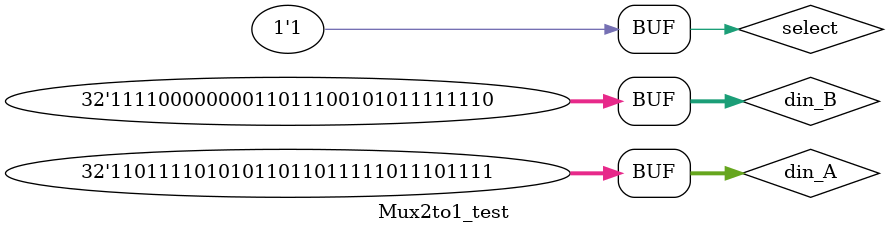
<source format=v>
module Mux2to1_test;
reg [31:0] din_A, din_B;
reg select;
wire [31:0] dout;

Mux2to1 dut(dout, din_A, din_B, select);

initial begin
    $display("Testing Verilog 2to1 Mux...");
    din_A <= 32'hDEADBEEF;
    din_B <= 32'hF00DCAFE;
    select <= 0;
    #20
    if (dout != din_A) begin
        $display("2to1 Mux FAILURE: dout != din_A when select = 0");
    end
    select <= 1;
    #20
    if (dout != din_B) begin
        $display("2to1 Mux FAILURE: dout != din_B when select = 1");
    end
end

endmodule
</source>
